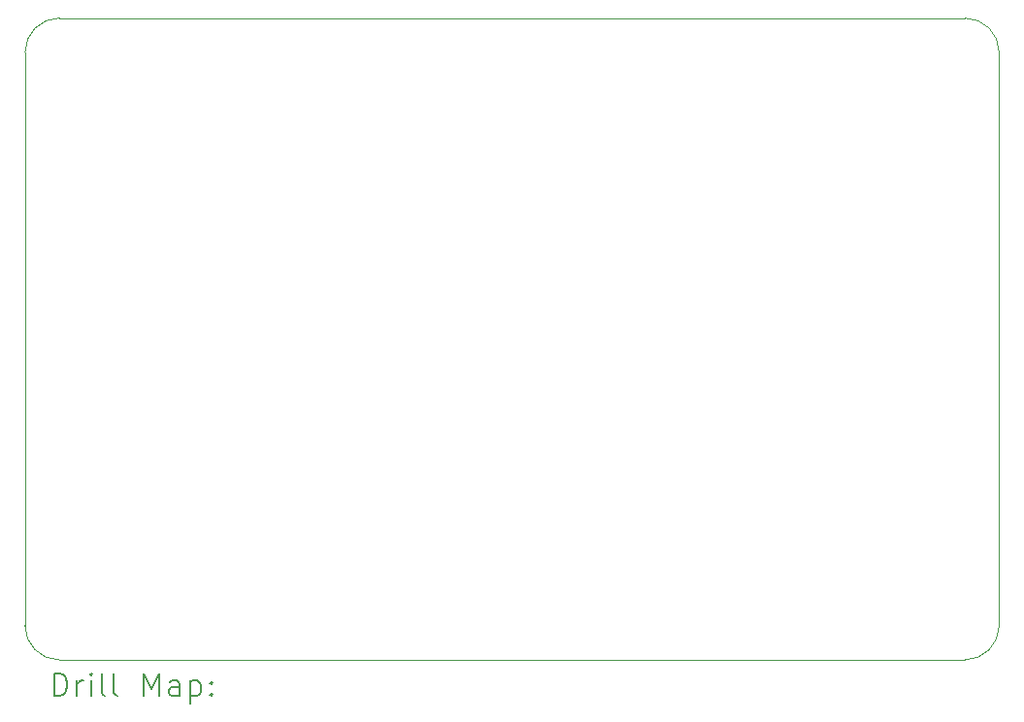
<source format=gbr>
%FSLAX45Y45*%
G04 Gerber Fmt 4.5, Leading zero omitted, Abs format (unit mm)*
G04 Created by KiCad (PCBNEW 6.0.0-d3dd2cf0fa~116~ubuntu21.04.1) date 2022-03-07 16:32:46*
%MOMM*%
%LPD*%
G01*
G04 APERTURE LIST*
%TA.AperFunction,Profile*%
%ADD10C,0.100000*%
%TD*%
%ADD11C,0.200000*%
G04 APERTURE END LIST*
D10*
X8200636Y-5605761D02*
G75*
G03*
X8500636Y-5305761I0J300000D01*
G01*
X8500636Y-5305761D02*
X8500636Y-305761D01*
X8500636Y-305761D02*
G75*
G03*
X8200636Y-5761I-300000J0D01*
G01*
X8200636Y-5761D02*
X302636Y-5761D01*
X2636Y-5305761D02*
G75*
G03*
X302636Y-5605761I300000J0D01*
G01*
X302636Y-5605761D02*
X8200636Y-5605761D01*
X2636Y-305761D02*
X2636Y-5305761D01*
X302636Y-5761D02*
G75*
G03*
X2636Y-305761I0J-300000D01*
G01*
D11*
X255255Y-5921237D02*
X255255Y-5721237D01*
X302874Y-5721237D01*
X331445Y-5730761D01*
X350493Y-5749809D01*
X360016Y-5768856D01*
X369540Y-5806951D01*
X369540Y-5835523D01*
X360016Y-5873618D01*
X350493Y-5892666D01*
X331445Y-5911713D01*
X302874Y-5921237D01*
X255255Y-5921237D01*
X455255Y-5921237D02*
X455255Y-5787904D01*
X455255Y-5825999D02*
X464778Y-5806951D01*
X474302Y-5797428D01*
X493350Y-5787904D01*
X512397Y-5787904D01*
X579064Y-5921237D02*
X579064Y-5787904D01*
X579064Y-5721237D02*
X569540Y-5730761D01*
X579064Y-5740285D01*
X588588Y-5730761D01*
X579064Y-5721237D01*
X579064Y-5740285D01*
X702874Y-5921237D02*
X683826Y-5911713D01*
X674302Y-5892666D01*
X674302Y-5721237D01*
X807636Y-5921237D02*
X788588Y-5911713D01*
X779064Y-5892666D01*
X779064Y-5721237D01*
X1036207Y-5921237D02*
X1036207Y-5721237D01*
X1102874Y-5864094D01*
X1169540Y-5721237D01*
X1169540Y-5921237D01*
X1350493Y-5921237D02*
X1350493Y-5816475D01*
X1340969Y-5797428D01*
X1321921Y-5787904D01*
X1283826Y-5787904D01*
X1264778Y-5797428D01*
X1350493Y-5911713D02*
X1331445Y-5921237D01*
X1283826Y-5921237D01*
X1264778Y-5911713D01*
X1255255Y-5892666D01*
X1255255Y-5873618D01*
X1264778Y-5854571D01*
X1283826Y-5845047D01*
X1331445Y-5845047D01*
X1350493Y-5835523D01*
X1445731Y-5787904D02*
X1445731Y-5987904D01*
X1445731Y-5797428D02*
X1464778Y-5787904D01*
X1502874Y-5787904D01*
X1521921Y-5797428D01*
X1531445Y-5806951D01*
X1540969Y-5825999D01*
X1540969Y-5883142D01*
X1531445Y-5902190D01*
X1521921Y-5911713D01*
X1502874Y-5921237D01*
X1464778Y-5921237D01*
X1445731Y-5911713D01*
X1626683Y-5902190D02*
X1636207Y-5911713D01*
X1626683Y-5921237D01*
X1617159Y-5911713D01*
X1626683Y-5902190D01*
X1626683Y-5921237D01*
X1626683Y-5797428D02*
X1636207Y-5806951D01*
X1626683Y-5816475D01*
X1617159Y-5806951D01*
X1626683Y-5797428D01*
X1626683Y-5816475D01*
M02*

</source>
